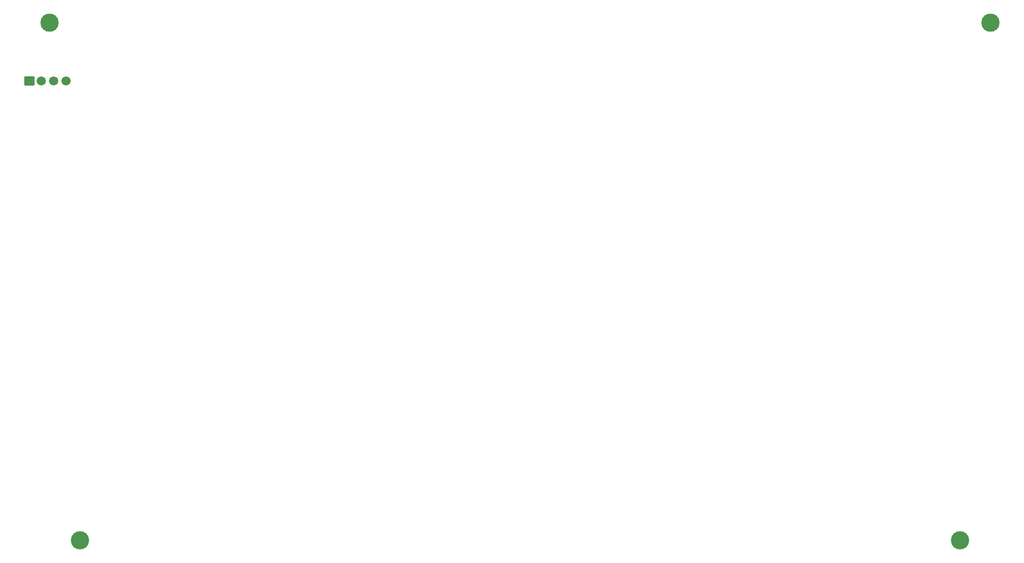
<source format=gbs>
G04 Layer: BottomSolderMaskLayer*
G04 EasyEDA v6.5.23, 2023-06-10 18:06:06*
G04 005a25b84e7a4af980d47e0bcec97dff,5a6b42c53f6a479593ecc07194224c93,10*
G04 Gerber Generator version 0.2*
G04 Scale: 100 percent, Rotated: No, Reflected: No *
G04 Dimensions in millimeters *
G04 leading zeros omitted , absolute positions ,4 integer and 5 decimal *
%FSLAX45Y45*%
%MOMM*%

%AMMACRO1*1,1,$1,$2,$3*1,1,$1,$4,$5*1,1,$1,0-$2,0-$3*1,1,$1,0-$4,0-$5*20,1,$1,$2,$3,$4,$5,0*20,1,$1,$4,$5,0-$2,0-$3,0*20,1,$1,0-$2,0-$3,0-$4,0-$5,0*20,1,$1,0-$4,0-$5,$2,$3,0*4,1,4,$2,$3,$4,$5,0-$2,0-$3,0-$4,0-$5,$2,$3,0*%
%ADD10C,1.5016*%
%ADD11MACRO1,0.1016X-0.762X-0.7X0.762X-0.7*%
%ADD12C,3.0000*%

%LPD*%
D10*
G01*
X1315999Y8077200D03*
G01*
X1115999Y8077200D03*
G01*
X916000Y8077200D03*
D11*
G01*
X716000Y8077200D03*
D12*
G01*
X1050797Y9034099D03*
G01*
X16492397Y9034099D03*
G01*
X1550797Y529000D03*
G01*
X15992398Y529000D03*
M02*

</source>
